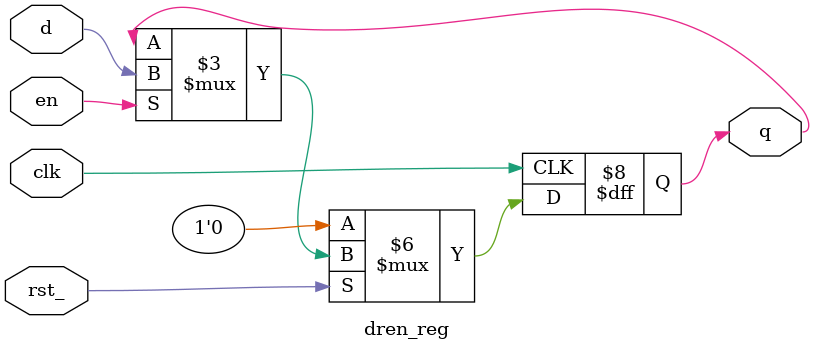
<source format=v>
module dren_reg
    #(parameter WIDTH=1)
(
    input clk,
    input rst_,
    input en,
    input [WIDTH-1:0] d,
    output reg [WIDTH-1:0] q,
);

always @(posedge clk) begin
    if (!rst_) begin
        q <= #1 'b0;
    end else if (en) begin
        q <= #1 d;
    end
end

endmodule


</source>
